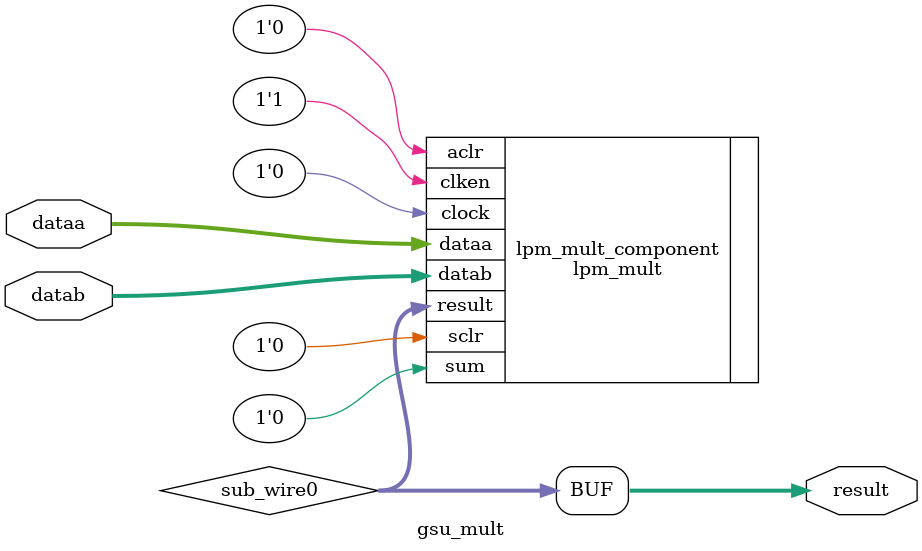
<source format=v>
module gsu_mult (
	dataa,
	datab,
	result);
	input	[7:0]  dataa;
	input	[7:0]  datab;
	output	[15:0]  result;
	wire [15:0] sub_wire0;
	wire [15:0] result = sub_wire0[15:0];
	lpm_mult	lpm_mult_component (
				.dataa (dataa),
				.datab (datab),
				.result (sub_wire0),
				.aclr (1'b0),
				.clken (1'b1),
				.clock (1'b0),
				.sclr (1'b0),
				.sum (1'b0));
	defparam
		lpm_mult_component.lpm_hint = "MAXIMIZE_SPEED=5",
		lpm_mult_component.lpm_representation = "SIGNED",
		lpm_mult_component.lpm_type = "LPM_MULT",
		lpm_mult_component.lpm_widtha = 8,
		lpm_mult_component.lpm_widthb = 8,
		lpm_mult_component.lpm_widthp = 16;
endmodule
</source>
